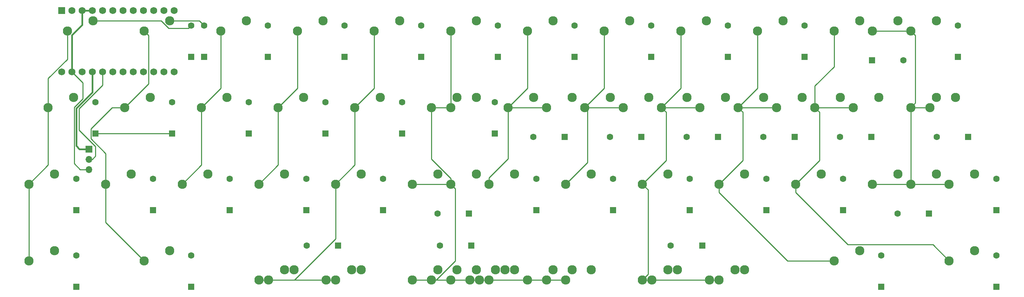
<source format=gbr>
%TF.GenerationSoftware,KiCad,Pcbnew,(7.0.0)*%
%TF.CreationDate,2023-09-12T13:05:00+02:00*%
%TF.ProjectId,Wakizashi,57616b69-7a61-4736-9869-2e6b69636164,rev?*%
%TF.SameCoordinates,Original*%
%TF.FileFunction,Copper,L1,Top*%
%TF.FilePolarity,Positive*%
%FSLAX46Y46*%
G04 Gerber Fmt 4.6, Leading zero omitted, Abs format (unit mm)*
G04 Created by KiCad (PCBNEW (7.0.0)) date 2023-09-12 13:05:00*
%MOMM*%
%LPD*%
G01*
G04 APERTURE LIST*
%TA.AperFunction,ComponentPad*%
%ADD10C,2.300000*%
%TD*%
%TA.AperFunction,ComponentPad*%
%ADD11R,1.600000X1.600000*%
%TD*%
%TA.AperFunction,ComponentPad*%
%ADD12C,1.600000*%
%TD*%
%TA.AperFunction,ComponentPad*%
%ADD13R,1.752600X1.752600*%
%TD*%
%TA.AperFunction,ComponentPad*%
%ADD14C,1.752600*%
%TD*%
%TA.AperFunction,ComponentPad*%
%ADD15R,1.700000X1.700000*%
%TD*%
%TA.AperFunction,ComponentPad*%
%ADD16O,1.700000X1.700000*%
%TD*%
%TA.AperFunction,Conductor*%
%ADD17C,0.250000*%
%TD*%
%TA.AperFunction,Conductor*%
%ADD18C,0.381000*%
%TD*%
G04 APERTURE END LIST*
D10*
%TO.P,MX1,1,1*%
%TO.N,COL0*%
X43815000Y-24447500D03*
%TO.P,MX1,2,2*%
%TO.N,Net-(D1-A)*%
X50165000Y-21907500D03*
%TD*%
%TO.P,MX35,1,1*%
%TO.N,COL10*%
X224790000Y-62547500D03*
%TO.P,MX35,2,2*%
%TO.N,Net-(D35-A)*%
X231140000Y-60007500D03*
%TD*%
D11*
%TO.P,D37,1,K*%
%TO.N,ROW3*%
X274637499Y-68987499D03*
D12*
%TO.P,D37,2,A*%
%TO.N,Net-(D37-A)*%
X274637500Y-61187500D03*
%TD*%
D10*
%TO.P,MX63,1,1*%
%TO.N,COL5*%
X139065000Y-86360000D03*
%TO.P,MX63,2,2*%
%TO.N,Net-(D41-A)*%
X145415000Y-83820000D03*
%TD*%
%TO.P,MX20,1,1*%
%TO.N,COL7*%
X181927500Y-43497500D03*
%TO.P,MX20,2,2*%
%TO.N,Net-(D20-A)*%
X188277500Y-40957500D03*
%TD*%
%TO.P,MX23,1,1*%
%TO.N,COL10*%
X239077500Y-43497500D03*
%TO.P,MX23,2,2*%
%TO.N,Net-(D23-A)*%
X245427500Y-40957500D03*
%TD*%
%TO.P,MX17,1,1*%
%TO.N,COL4*%
X115252500Y-43497500D03*
%TO.P,MX17,2,2*%
%TO.N,Net-(D17-A)*%
X121602500Y-40957500D03*
%TD*%
%TO.P,MX38,1,1*%
%TO.N,COL0*%
X34290000Y-81597500D03*
%TO.P,MX38,2,2*%
%TO.N,Net-(D38-A)*%
X40640000Y-79057500D03*
%TD*%
%TO.P,MX13,1,1*%
%TO.N,COL0*%
X39052500Y-43497500D03*
%TO.P,MX13,2,2*%
%TO.N,Net-(D13-A)*%
X45402500Y-40957500D03*
%TD*%
%TO.P,MX59,1,1*%
%TO.N,COL8*%
X189071250Y-86360000D03*
%TO.P,MX59,2,2*%
%TO.N,Net-(D42-A)*%
X195421250Y-83820000D03*
%TD*%
%TO.P,MX5,1,1*%
%TO.N,COL4*%
X120015000Y-24447500D03*
%TO.P,MX5,2,2*%
%TO.N,Net-(D5-A)*%
X126365000Y-21907500D03*
%TD*%
%TO.P,MX51,1,1*%
%TO.N,COL10*%
X229552500Y-43497500D03*
%TO.P,MX51,2,2*%
%TO.N,Net-(D23-A)*%
X235902500Y-40957500D03*
%TD*%
D11*
%TO.P,D1,1,K*%
%TO.N,ROW0*%
X74612499Y-30887499D03*
D12*
%TO.P,D1,2,A*%
%TO.N,Net-(D1-A)*%
X74612500Y-23087500D03*
%TD*%
D10*
%TO.P,MX60,1,1*%
%TO.N,COL8*%
X203358750Y-86360000D03*
%TO.P,MX60,2,2*%
%TO.N,Net-(D42-A)*%
X209708750Y-83820000D03*
%TD*%
%TO.P,MX68,1,1*%
%TO.N,COL5*%
X146208750Y-86360000D03*
%TO.P,MX68,2,2*%
%TO.N,Net-(D41-A)*%
X152558750Y-83820000D03*
%TD*%
%TO.P,MX43,1,1*%
%TO.N,COL9*%
X234315000Y-81597500D03*
%TO.P,MX43,2,2*%
%TO.N,Net-(D43-A)*%
X240665000Y-79057500D03*
%TD*%
%TO.P,MX52,1,1*%
%TO.N,COL11*%
X253365000Y-43497500D03*
%TO.P,MX52,2,2*%
%TO.N,Net-(D24-A)*%
X259715000Y-40957500D03*
%TD*%
D11*
%TO.P,D39,1,K*%
%TO.N,ROW3*%
X74612499Y-88037499D03*
D12*
%TO.P,D39,2,A*%
%TO.N,Net-(D39-A)*%
X74612500Y-80237500D03*
%TD*%
D10*
%TO.P,MX2,1,1*%
%TO.N,COL1*%
X62865000Y-24447500D03*
%TO.P,MX2,2,2*%
%TO.N,Net-(D2-A)*%
X69215000Y-21907500D03*
%TD*%
D11*
%TO.P,D44,1,K*%
%TO.N,ROW3*%
X274637499Y-88037499D03*
D12*
%TO.P,D44,2,A*%
%TO.N,Net-(D44-A)*%
X274637500Y-80237500D03*
%TD*%
D10*
%TO.P,MX30,1,1*%
%TO.N,COL5*%
X129540000Y-62547500D03*
%TO.P,MX30,2,2*%
%TO.N,Net-(D30-A)*%
X135890000Y-60007500D03*
%TD*%
D11*
%TO.P,D10,1,K*%
%TO.N,ROW0*%
X227012499Y-30887499D03*
D12*
%TO.P,D10,2,A*%
%TO.N,Net-(D10-A)*%
X227012500Y-23087500D03*
%TD*%
D10*
%TO.P,MX16,1,1*%
%TO.N,COL3*%
X96202500Y-43497500D03*
%TO.P,MX16,2,2*%
%TO.N,Net-(D16-A)*%
X102552500Y-40957500D03*
%TD*%
%TO.P,MX29,1,1*%
%TO.N,COL4*%
X110490000Y-62547500D03*
%TO.P,MX29,2,2*%
%TO.N,Net-(D29-A)*%
X116840000Y-60007500D03*
%TD*%
%TO.P,MX33,1,1*%
%TO.N,COL8*%
X186690000Y-62547500D03*
%TO.P,MX33,2,2*%
%TO.N,Net-(D33-A)*%
X193040000Y-60007500D03*
%TD*%
D11*
%TO.P,D2,1,K*%
%TO.N,ROW0*%
X77787499Y-30887499D03*
D12*
%TO.P,D2,2,A*%
%TO.N,Net-(D2-A)*%
X77787500Y-23087500D03*
%TD*%
D11*
%TO.P,D3,1,K*%
%TO.N,ROW0*%
X93662499Y-30887499D03*
D12*
%TO.P,D3,2,A*%
%TO.N,Net-(D3-A)*%
X93662500Y-23087500D03*
%TD*%
D11*
%TO.P,D27,1,K*%
%TO.N,ROW2*%
X84137499Y-68987499D03*
D12*
%TO.P,D27,2,A*%
%TO.N,Net-(D27-A)*%
X84137500Y-61187500D03*
%TD*%
D10*
%TO.P,MX10,1,1*%
%TO.N,COL9*%
X215265000Y-24447500D03*
%TO.P,MX10,2,2*%
%TO.N,Net-(D10-A)*%
X221615000Y-21907500D03*
%TD*%
%TO.P,MX26,1,1*%
%TO.N,COL1*%
X53340000Y-62547500D03*
%TO.P,MX26,2,2*%
%TO.N,Net-(D26-A)*%
X59690000Y-60007500D03*
%TD*%
D11*
%TO.P,D7,1,K*%
%TO.N,ROW0*%
X169862499Y-30887499D03*
D12*
%TO.P,D7,2,A*%
%TO.N,Net-(D7-A)*%
X169862500Y-23087500D03*
%TD*%
D10*
%TO.P,MX8,1,1*%
%TO.N,COL7*%
X177165000Y-24447500D03*
%TO.P,MX8,2,2*%
%TO.N,Net-(D8-A)*%
X183515000Y-21907500D03*
%TD*%
%TO.P,MX62,1,1*%
%TO.N,COL5*%
X129540000Y-86360000D03*
%TO.P,MX62,2,2*%
%TO.N,Net-(D41-A)*%
X135890000Y-83820000D03*
%TD*%
D11*
%TO.P,D16,1,K*%
%TO.N,ROW1*%
X107949999Y-49937499D03*
D12*
%TO.P,D16,2,A*%
%TO.N,Net-(D16-A)*%
X107950000Y-42137500D03*
%TD*%
D11*
%TO.P,D17,1,K*%
%TO.N,ROW1*%
X126999999Y-49937499D03*
D12*
%TO.P,D17,2,A*%
%TO.N,Net-(D17-A)*%
X127000000Y-42137500D03*
%TD*%
D11*
%TO.P,D19,1,K*%
%TO.N,ROW1*%
X167412499Y-50799999D03*
D12*
%TO.P,D19,2,A*%
%TO.N,Net-(D19-A)*%
X159612500Y-50800000D03*
%TD*%
D11*
%TO.P,D30,1,K*%
%TO.N,ROW2*%
X143599999Y-69849999D03*
D12*
%TO.P,D30,2,A*%
%TO.N,Net-(D30-A)*%
X135800000Y-69850000D03*
%TD*%
D11*
%TO.P,D40,1,K*%
%TO.N,ROW3*%
X111056249Y-77787499D03*
D12*
%TO.P,D40,2,A*%
%TO.N,Net-(D40-A)*%
X103256250Y-77787500D03*
%TD*%
D11*
%TO.P,D38,1,K*%
%TO.N,ROW3*%
X46037499Y-88037499D03*
D12*
%TO.P,D38,2,A*%
%TO.N,Net-(D38-A)*%
X46037500Y-80237500D03*
%TD*%
D10*
%TO.P,MX40,1,1*%
%TO.N,COL4*%
X91440000Y-86360000D03*
%TO.P,MX40,2,2*%
%TO.N,Net-(D40-A)*%
X97790000Y-83820000D03*
%TD*%
D11*
%TO.P,D14,1,K*%
%TO.N,ROW1*%
X69849999Y-49937499D03*
D12*
%TO.P,D14,2,A*%
%TO.N,Net-(D14-A)*%
X69850000Y-42137500D03*
%TD*%
D11*
%TO.P,D32,1,K*%
%TO.N,ROW2*%
X179387499Y-68987499D03*
D12*
%TO.P,D32,2,A*%
%TO.N,Net-(D32-A)*%
X179387500Y-61187500D03*
%TD*%
D11*
%TO.P,D24,1,K*%
%TO.N,ROW1*%
X267612499Y-50799999D03*
D12*
%TO.P,D24,2,A*%
%TO.N,Net-(D24-A)*%
X259812500Y-50800000D03*
%TD*%
D11*
%TO.P,D4,1,K*%
%TO.N,ROW0*%
X112712499Y-30887499D03*
D12*
%TO.P,D4,2,A*%
%TO.N,Net-(D4-A)*%
X112712500Y-23087500D03*
%TD*%
D10*
%TO.P,MX27,1,1*%
%TO.N,COL2*%
X72390000Y-62547500D03*
%TO.P,MX27,2,2*%
%TO.N,Net-(D27-A)*%
X78740000Y-60007500D03*
%TD*%
D11*
%TO.P,D20,1,K*%
%TO.N,ROW1*%
X186462499Y-50799999D03*
D12*
%TO.P,D20,2,A*%
%TO.N,Net-(D20-A)*%
X178662500Y-50800000D03*
%TD*%
D10*
%TO.P,MX22,1,1*%
%TO.N,COL9*%
X220027500Y-43497500D03*
%TO.P,MX22,2,2*%
%TO.N,Net-(D22-A)*%
X226377500Y-40957500D03*
%TD*%
D11*
%TO.P,D35,1,K*%
%TO.N,ROW2*%
X236537499Y-68987499D03*
D12*
%TO.P,D35,2,A*%
%TO.N,Net-(D35-A)*%
X236537500Y-61187500D03*
%TD*%
D11*
%TO.P,D23,1,K*%
%TO.N,ROW1*%
X243612499Y-50799999D03*
D12*
%TO.P,D23,2,A*%
%TO.N,Net-(D23-A)*%
X235812500Y-50800000D03*
%TD*%
D10*
%TO.P,MX56,1,1*%
%TO.N,COL4*%
X108108750Y-86360000D03*
%TO.P,MX56,2,2*%
%TO.N,Net-(D40-A)*%
X114458750Y-83820000D03*
%TD*%
D11*
%TO.P,D42,1,K*%
%TO.N,ROW3*%
X201543749Y-77787499D03*
D12*
%TO.P,D42,2,A*%
%TO.N,Net-(D42-A)*%
X193743750Y-77787500D03*
%TD*%
D11*
%TO.P,D33,1,K*%
%TO.N,ROW2*%
X198437499Y-68987499D03*
D12*
%TO.P,D33,2,A*%
%TO.N,Net-(D33-A)*%
X198437500Y-61187500D03*
%TD*%
D11*
%TO.P,D26,1,K*%
%TO.N,ROW2*%
X65087499Y-68987499D03*
D12*
%TO.P,D26,2,A*%
%TO.N,Net-(D26-A)*%
X65087500Y-61187500D03*
%TD*%
D10*
%TO.P,MX3,1,1*%
%TO.N,COL2*%
X81915000Y-24447500D03*
%TO.P,MX3,2,2*%
%TO.N,Net-(D3-A)*%
X88265000Y-21907500D03*
%TD*%
%TO.P,MX58,1,1*%
%TO.N,COL8*%
X205740000Y-86360000D03*
%TO.P,MX58,2,2*%
%TO.N,Net-(D42-A)*%
X212090000Y-83820000D03*
%TD*%
%TO.P,MX7,1,1*%
%TO.N,COL6*%
X158115000Y-24447500D03*
%TO.P,MX7,2,2*%
%TO.N,Net-(D7-A)*%
X164465000Y-21907500D03*
%TD*%
%TO.P,MX25,1,1*%
%TO.N,COL0*%
X34290000Y-62547500D03*
%TO.P,MX25,2,2*%
%TO.N,Net-(D25-A)*%
X40640000Y-60007500D03*
%TD*%
%TO.P,MX64,1,1*%
%TO.N,COL5*%
X167640000Y-86360000D03*
%TO.P,MX64,2,2*%
%TO.N,Net-(D41-A)*%
X173990000Y-83820000D03*
%TD*%
%TO.P,MX31,1,1*%
%TO.N,COL6*%
X148590000Y-62547500D03*
%TO.P,MX31,2,2*%
%TO.N,Net-(D31-A)*%
X154940000Y-60007500D03*
%TD*%
%TO.P,MX45,1,1*%
%TO.N,COL11*%
X243840000Y-24447500D03*
%TO.P,MX45,2,2*%
%TO.N,Net-(D12-A)*%
X250190000Y-21907500D03*
%TD*%
%TO.P,MX53,1,1*%
%TO.N,COL5*%
X139065000Y-62547500D03*
%TO.P,MX53,2,2*%
%TO.N,Net-(D30-A)*%
X145415000Y-60007500D03*
%TD*%
%TO.P,MX36,1,1*%
%TO.N,COL11*%
X243840000Y-62547500D03*
%TO.P,MX36,2,2*%
%TO.N,Net-(D36-A)*%
X250190000Y-60007500D03*
%TD*%
%TO.P,MX37,1,1*%
%TO.N,COL11*%
X262890000Y-62547500D03*
%TO.P,MX37,2,2*%
%TO.N,Net-(D37-A)*%
X269240000Y-60007500D03*
%TD*%
%TO.P,MX28,1,1*%
%TO.N,COL3*%
X91440000Y-62547500D03*
%TO.P,MX28,2,2*%
%TO.N,Net-(D28-A)*%
X97790000Y-60007500D03*
%TD*%
D11*
%TO.P,D12,1,K*%
%TO.N,ROW0*%
X265112499Y-30887499D03*
D12*
%TO.P,D12,2,A*%
%TO.N,Net-(D12-A)*%
X265112500Y-23087500D03*
%TD*%
D10*
%TO.P,MX57,1,1*%
%TO.N,COL4*%
X93821250Y-86360000D03*
%TO.P,MX57,2,2*%
%TO.N,Net-(D40-A)*%
X100171250Y-83820000D03*
%TD*%
D11*
%TO.P,D22,1,K*%
%TO.N,ROW1*%
X224562499Y-50799999D03*
D12*
%TO.P,D22,2,A*%
%TO.N,Net-(D22-A)*%
X216762500Y-50800000D03*
%TD*%
D11*
%TO.P,D18,1,K*%
%TO.N,ROW1*%
X150018749Y-49937499D03*
D12*
%TO.P,D18,2,A*%
%TO.N,Net-(D18-A)*%
X150018750Y-42137500D03*
%TD*%
D11*
%TO.P,D8,1,K*%
%TO.N,ROW0*%
X188912499Y-30887499D03*
D12*
%TO.P,D8,2,A*%
%TO.N,Net-(D8-A)*%
X188912500Y-23087500D03*
%TD*%
D11*
%TO.P,D43,1,K*%
%TO.N,ROW3*%
X246062499Y-88037499D03*
D12*
%TO.P,D43,2,A*%
%TO.N,Net-(D43-A)*%
X246062500Y-80237500D03*
%TD*%
D10*
%TO.P,MX42,1,1*%
%TO.N,COL8*%
X186690000Y-86360000D03*
%TO.P,MX42,2,2*%
%TO.N,Net-(D42-A)*%
X193040000Y-83820000D03*
%TD*%
D11*
%TO.P,D31,1,K*%
%TO.N,ROW2*%
X160337499Y-68987499D03*
D12*
%TO.P,D31,2,A*%
%TO.N,Net-(D31-A)*%
X160337500Y-61187500D03*
%TD*%
D10*
%TO.P,MX21,1,1*%
%TO.N,COL8*%
X200977500Y-43497500D03*
%TO.P,MX21,2,2*%
%TO.N,Net-(D21-A)*%
X207327500Y-40957500D03*
%TD*%
%TO.P,MX14,1,1*%
%TO.N,COL1*%
X58102500Y-43497500D03*
%TO.P,MX14,2,2*%
%TO.N,Net-(D14-A)*%
X64452500Y-40957500D03*
%TD*%
%TO.P,MX39,1,1*%
%TO.N,COL1*%
X62865000Y-81597500D03*
%TO.P,MX39,2,2*%
%TO.N,Net-(D39-A)*%
X69215000Y-79057500D03*
%TD*%
%TO.P,MX41,1,1*%
%TO.N,COL5*%
X148590000Y-86360000D03*
%TO.P,MX41,2,2*%
%TO.N,Net-(D41-A)*%
X154940000Y-83820000D03*
%TD*%
%TO.P,MX49,1,1*%
%TO.N,COL8*%
X191452500Y-43497500D03*
%TO.P,MX49,2,2*%
%TO.N,Net-(D21-A)*%
X197802500Y-40957500D03*
%TD*%
D11*
%TO.P,D28,1,K*%
%TO.N,ROW2*%
X103187499Y-68987499D03*
D12*
%TO.P,D28,2,A*%
%TO.N,Net-(D28-A)*%
X103187500Y-61187500D03*
%TD*%
D10*
%TO.P,MX12,1,1*%
%TO.N,COL11*%
X253365000Y-24447500D03*
%TO.P,MX12,2,2*%
%TO.N,Net-(D12-A)*%
X259715000Y-21907500D03*
%TD*%
D11*
%TO.P,D41,1,K*%
%TO.N,ROW3*%
X144206249Y-77787499D03*
D12*
%TO.P,D41,2,A*%
%TO.N,Net-(D41-A)*%
X136406250Y-77787500D03*
%TD*%
D10*
%TO.P,MX47,1,1*%
%TO.N,COL6*%
X153352500Y-43497500D03*
%TO.P,MX47,2,2*%
%TO.N,Net-(D19-A)*%
X159702500Y-40957500D03*
%TD*%
%TO.P,MX44,1,1*%
%TO.N,COL10*%
X262890000Y-81597500D03*
%TO.P,MX44,2,2*%
%TO.N,Net-(D44-A)*%
X269240000Y-79057500D03*
%TD*%
%TO.P,MX65,1,1*%
%TO.N,COL5*%
X143827500Y-86360000D03*
%TO.P,MX65,2,2*%
%TO.N,Net-(D41-A)*%
X150177500Y-83820000D03*
%TD*%
D11*
%TO.P,D34,1,K*%
%TO.N,ROW2*%
X217487499Y-68987499D03*
D12*
%TO.P,D34,2,A*%
%TO.N,Net-(D34-A)*%
X217487500Y-61187500D03*
%TD*%
D11*
%TO.P,D13,1,K*%
%TO.N,ROW1*%
X50799999Y-49937499D03*
D12*
%TO.P,D13,2,A*%
%TO.N,Net-(D13-A)*%
X50800000Y-42137500D03*
%TD*%
D11*
%TO.P,D29,1,K*%
%TO.N,ROW2*%
X122237499Y-68987499D03*
D12*
%TO.P,D29,2,A*%
%TO.N,Net-(D29-A)*%
X122237500Y-61187500D03*
%TD*%
D10*
%TO.P,MX50,1,1*%
%TO.N,COL9*%
X210502500Y-43497500D03*
%TO.P,MX50,2,2*%
%TO.N,Net-(D22-A)*%
X216852500Y-40957500D03*
%TD*%
%TO.P,MX18,1,1*%
%TO.N,COL5*%
X134302500Y-43497500D03*
%TO.P,MX18,2,2*%
%TO.N,Net-(D18-A)*%
X140652500Y-40957500D03*
%TD*%
%TO.P,MX46,1,1*%
%TO.N,COL5*%
X139065000Y-43497500D03*
%TO.P,MX46,2,2*%
%TO.N,Net-(D18-A)*%
X145415000Y-40957500D03*
%TD*%
%TO.P,MX48,1,1*%
%TO.N,COL7*%
X172402500Y-43497500D03*
%TO.P,MX48,2,2*%
%TO.N,Net-(D20-A)*%
X178752500Y-40957500D03*
%TD*%
%TO.P,MX61,1,1*%
%TO.N,COL5*%
X158115000Y-86360000D03*
%TO.P,MX61,2,2*%
%TO.N,Net-(D41-A)*%
X164465000Y-83820000D03*
%TD*%
%TO.P,MX19,1,1*%
%TO.N,COL6*%
X162877500Y-43497500D03*
%TO.P,MX19,2,2*%
%TO.N,Net-(D19-A)*%
X169227500Y-40957500D03*
%TD*%
%TO.P,MX67,1,1*%
%TO.N,COL5*%
X162877500Y-86360000D03*
%TO.P,MX67,2,2*%
%TO.N,Net-(D41-A)*%
X169227500Y-83820000D03*
%TD*%
D11*
%TO.P,D21,1,K*%
%TO.N,ROW1*%
X205512499Y-50799999D03*
D12*
%TO.P,D21,2,A*%
%TO.N,Net-(D21-A)*%
X197712500Y-50800000D03*
%TD*%
D11*
%TO.P,D15,1,K*%
%TO.N,ROW1*%
X88899999Y-49937499D03*
D12*
%TO.P,D15,2,A*%
%TO.N,Net-(D15-A)*%
X88900000Y-42137500D03*
%TD*%
D10*
%TO.P,MX4,1,1*%
%TO.N,COL3*%
X100965000Y-24447500D03*
%TO.P,MX4,2,2*%
%TO.N,Net-(D4-A)*%
X107315000Y-21907500D03*
%TD*%
D11*
%TO.P,D25,1,K*%
%TO.N,ROW2*%
X46037499Y-68987499D03*
D12*
%TO.P,D25,2,A*%
%TO.N,Net-(D25-A)*%
X46037500Y-61187500D03*
%TD*%
D11*
%TO.P,D36,1,K*%
%TO.N,ROW2*%
X257899999Y-69849999D03*
D12*
%TO.P,D36,2,A*%
%TO.N,Net-(D36-A)*%
X250100000Y-69850000D03*
%TD*%
D10*
%TO.P,MX15,1,1*%
%TO.N,COL2*%
X77152500Y-43497500D03*
%TO.P,MX15,2,2*%
%TO.N,Net-(D15-A)*%
X83502500Y-40957500D03*
%TD*%
%TO.P,MX66,1,1*%
%TO.N,COL5*%
X134302500Y-86360000D03*
%TO.P,MX66,2,2*%
%TO.N,Net-(D41-A)*%
X140652500Y-83820000D03*
%TD*%
%TO.P,MX24,1,1*%
%TO.N,COL11*%
X258127500Y-43497500D03*
%TO.P,MX24,2,2*%
%TO.N,Net-(D24-A)*%
X264477500Y-40957500D03*
%TD*%
%TO.P,MX9,1,1*%
%TO.N,COL8*%
X196215000Y-24447500D03*
%TO.P,MX9,2,2*%
%TO.N,Net-(D9-A)*%
X202565000Y-21907500D03*
%TD*%
%TO.P,MX54,1,1*%
%TO.N,COL11*%
X253365000Y-62547500D03*
%TO.P,MX54,2,2*%
%TO.N,Net-(D36-A)*%
X259715000Y-60007500D03*
%TD*%
%TO.P,MX55,1,1*%
%TO.N,COL4*%
X110490000Y-86360000D03*
%TO.P,MX55,2,2*%
%TO.N,Net-(D40-A)*%
X116840000Y-83820000D03*
%TD*%
D11*
%TO.P,D6,1,K*%
%TO.N,ROW0*%
X150812499Y-30887499D03*
D12*
%TO.P,D6,2,A*%
%TO.N,Net-(D6-A)*%
X150812500Y-23087500D03*
%TD*%
D11*
%TO.P,D5,1,K*%
%TO.N,ROW0*%
X131762499Y-30887499D03*
D12*
%TO.P,D5,2,A*%
%TO.N,Net-(D5-A)*%
X131762500Y-23087500D03*
%TD*%
D10*
%TO.P,MX6,1,1*%
%TO.N,COL5*%
X139065000Y-24447500D03*
%TO.P,MX6,2,2*%
%TO.N,Net-(D6-A)*%
X145415000Y-21907500D03*
%TD*%
%TO.P,MX34,1,1*%
%TO.N,COL9*%
X205740000Y-62547500D03*
%TO.P,MX34,2,2*%
%TO.N,Net-(D34-A)*%
X212090000Y-60007500D03*
%TD*%
D11*
%TO.P,D11,1,K*%
%TO.N,ROW0*%
X243749999Y-31749999D03*
D12*
%TO.P,D11,2,A*%
%TO.N,Net-(D11-A)*%
X251550000Y-31750000D03*
%TD*%
D10*
%TO.P,MX32,1,1*%
%TO.N,COL7*%
X167640000Y-62547500D03*
%TO.P,MX32,2,2*%
%TO.N,Net-(D32-A)*%
X173990000Y-60007500D03*
%TD*%
%TO.P,MX11,1,1*%
%TO.N,COL10*%
X234315000Y-24447500D03*
%TO.P,MX11,2,2*%
%TO.N,Net-(D11-A)*%
X240665000Y-21907500D03*
%TD*%
D11*
%TO.P,D9,1,K*%
%TO.N,ROW0*%
X207962499Y-30887499D03*
D12*
%TO.P,D9,2,A*%
%TO.N,Net-(D9-A)*%
X207962500Y-23087500D03*
%TD*%
D13*
%TO.P,U2,1,TX0/PD3*%
%TO.N,ROW3*%
X42386249Y-19367499D03*
D14*
%TO.P,U2,2,RX1/PD2*%
%TO.N,ROW2*%
X44926250Y-19367500D03*
%TO.P,U2,3,GND*%
%TO.N,GND*%
X47466250Y-19367500D03*
%TO.P,U2,4,GND*%
X50006250Y-19367500D03*
%TO.P,U2,5,2/PD1*%
%TO.N,ROW1*%
X52546250Y-19367500D03*
%TO.P,U2,6,3/PD0*%
%TO.N,COL0*%
X55086250Y-19367500D03*
%TO.P,U2,7,4/PD4*%
%TO.N,COL6*%
X57626250Y-19367500D03*
%TO.P,U2,8,5/PC6*%
%TO.N,COL1*%
X60166250Y-19367500D03*
%TO.P,U2,9,6/PD7*%
%TO.N,COL8*%
X62706250Y-19367500D03*
%TO.P,U2,10,7/PE6*%
%TO.N,COL10*%
X65246250Y-19367500D03*
%TO.P,U2,11,8/PB4*%
%TO.N,COL2*%
X67786250Y-19367500D03*
%TO.P,U2,12,9/PB5*%
%TO.N,ROW0*%
X70326250Y-19367500D03*
%TO.P,U2,13,10/PB6*%
%TO.N,COL11*%
X70326250Y-34607500D03*
%TO.P,U2,14,16/PB2*%
%TO.N,COL9*%
X67786250Y-34607500D03*
%TO.P,U2,15,14/PB3*%
%TO.N,COL7*%
X65246250Y-34607500D03*
%TO.P,U2,16,15/PB1*%
%TO.N,COL5*%
X62706250Y-34607500D03*
%TO.P,U2,17,A0/PF7*%
%TO.N,COL4*%
X60166250Y-34607500D03*
%TO.P,U2,18,A1/PF6*%
%TO.N,COL3*%
X57626250Y-34607500D03*
%TO.P,U2,19,A2/PF5*%
%TO.N,unconnected-(U2-A2{slash}PF5-Pad19)*%
X55086250Y-34607500D03*
%TO.P,U2,20,A3/PF4*%
%TO.N,RGB*%
X52546250Y-34607500D03*
%TO.P,U2,21,VCC*%
%TO.N,VCC*%
X50006250Y-34607500D03*
%TO.P,U2,22,RST*%
%TO.N,RST*%
X47466250Y-34607500D03*
%TO.P,U2,23,GND*%
%TO.N,GND*%
X44926250Y-34607500D03*
%TO.P,U2,24,RAW*%
%TO.N,RAW*%
X42386250Y-34607500D03*
%TD*%
D15*
%TO.P,J1,1,Pin_1*%
%TO.N,VCC*%
X49212499Y-53816249D03*
D16*
%TO.P,J1,2,Pin_2*%
%TO.N,RGB*%
X49212499Y-56356249D03*
%TO.P,J1,3,Pin_3*%
%TO.N,GND*%
X49212499Y-58896249D03*
%TD*%
D17*
%TO.N,Net-(D1-A)*%
X69034034Y-23812500D02*
X73887500Y-23812500D01*
X73887500Y-23812500D02*
X74612500Y-23087500D01*
X67129034Y-21907500D02*
X69034034Y-23812500D01*
X50165000Y-21907500D02*
X67129034Y-21907500D01*
%TO.N,Net-(D2-A)*%
X69215000Y-21907500D02*
X76607500Y-21907500D01*
X76607500Y-21907500D02*
X77787500Y-23087500D01*
%TO.N,ROW1*%
X50800000Y-49937500D02*
X69850000Y-49937500D01*
%TO.N,COL0*%
X39052500Y-43497500D02*
X39052500Y-57785000D01*
X39052500Y-57785000D02*
X34290000Y-62547500D01*
X43815000Y-31479855D02*
X39052500Y-36242355D01*
X39052500Y-36242355D02*
X39052500Y-43497500D01*
X34290000Y-62547500D02*
X34290000Y-81597500D01*
X43815000Y-24447500D02*
X43815000Y-31479855D01*
%TO.N,COL1*%
X53340000Y-62547500D02*
X53340000Y-54927500D01*
X54927500Y-43497500D02*
X58102500Y-43497500D01*
X53340000Y-54927500D02*
X49675000Y-51262500D01*
X53340000Y-72072500D02*
X62865000Y-81597500D01*
X49675000Y-48750000D02*
X54927500Y-43497500D01*
X49675000Y-51262500D02*
X49675000Y-48750000D01*
X64015000Y-37585000D02*
X58102500Y-43497500D01*
X64015000Y-25597500D02*
X64015000Y-37585000D01*
X62865000Y-24447500D02*
X64015000Y-25597500D01*
X53340000Y-62547500D02*
X53340000Y-72072500D01*
%TO.N,COL2*%
X77152500Y-57785000D02*
X72390000Y-62547500D01*
X81915000Y-38735000D02*
X77152500Y-43497500D01*
X77152500Y-43497500D02*
X77152500Y-57785000D01*
X81915000Y-24447500D02*
X81915000Y-38735000D01*
%TO.N,COL3*%
X100965000Y-38735000D02*
X96202500Y-43497500D01*
X96202500Y-43497500D02*
X96202500Y-57785000D01*
X100965000Y-24447500D02*
X100965000Y-38735000D01*
X96202500Y-57785000D02*
X91440000Y-62547500D01*
%TO.N,COL4*%
X100233750Y-86360000D02*
X91440000Y-86360000D01*
X115252500Y-43497500D02*
X115252500Y-57785000D01*
X120015000Y-24447500D02*
X120015000Y-38735000D01*
X115252500Y-57785000D02*
X110490000Y-62547500D01*
X110490000Y-76103750D02*
X100233750Y-86360000D01*
X110490000Y-62547500D02*
X110490000Y-76103750D01*
X120015000Y-38735000D02*
X115252500Y-43497500D01*
X110490000Y-86360000D02*
X91440000Y-86360000D01*
%TO.N,COL5*%
X139065000Y-43497500D02*
X134302500Y-43497500D01*
X135435966Y-86360000D02*
X134302500Y-86360000D01*
X134302500Y-43497500D02*
X134302500Y-56334034D01*
X139065000Y-24447500D02*
X139065000Y-43497500D01*
X140215000Y-63697500D02*
X140215000Y-81580966D01*
X129540000Y-86360000D02*
X167640000Y-86360000D01*
X140215000Y-81580966D02*
X135435966Y-86360000D01*
X139065000Y-61096534D02*
X139065000Y-62547500D01*
X134302500Y-56334034D02*
X139065000Y-61096534D01*
X139065000Y-62547500D02*
X140215000Y-63697500D01*
X139065000Y-62547500D02*
X129540000Y-62547500D01*
%TO.N,COL6*%
X153352500Y-43497500D02*
X162877500Y-43497500D01*
X153352500Y-56243203D02*
X148590000Y-61005703D01*
X148590000Y-61005703D02*
X148590000Y-62547500D01*
X158115000Y-24447500D02*
X158115000Y-38735000D01*
X158115000Y-38735000D02*
X153352500Y-43497500D01*
X153352500Y-43497500D02*
X153352500Y-56243203D01*
%TO.N,COL7*%
X177165000Y-24447500D02*
X177165000Y-38735000D01*
X173017500Y-57170000D02*
X167640000Y-62547500D01*
X173017500Y-44112500D02*
X173017500Y-57170000D01*
X177165000Y-38735000D02*
X172402500Y-43497500D01*
X172402500Y-43497500D02*
X173017500Y-44112500D01*
X172402500Y-43497500D02*
X181927500Y-43497500D01*
%TO.N,COL8*%
X186690000Y-86360000D02*
X205740000Y-86360000D01*
X196215000Y-24447500D02*
X196215000Y-38735000D01*
X191452500Y-43497500D02*
X200977500Y-43497500D01*
X186690000Y-62547500D02*
X188106400Y-63963900D01*
X191452500Y-43497500D02*
X192602500Y-44647500D01*
X188106400Y-84943600D02*
X186690000Y-86360000D01*
X192602500Y-56635000D02*
X186690000Y-62547500D01*
X188106400Y-63963900D02*
X188106400Y-84943600D01*
X196215000Y-38735000D02*
X191452500Y-43497500D01*
X192602500Y-44647500D02*
X192602500Y-56635000D01*
%TO.N,COL9*%
X205740000Y-62547500D02*
X205740000Y-64627631D01*
X211652500Y-44647500D02*
X211652500Y-56635000D01*
X205740000Y-64627631D02*
X222709869Y-81597500D01*
X215265000Y-24447500D02*
X215265000Y-38735000D01*
X210502500Y-43497500D02*
X220027500Y-43497500D01*
X215265000Y-38735000D02*
X210502500Y-43497500D01*
X210502500Y-43497500D02*
X211652500Y-44647500D01*
X211652500Y-56635000D02*
X205740000Y-62547500D01*
X222709869Y-81597500D02*
X234315000Y-81597500D01*
%TO.N,COL10*%
X234315000Y-24447500D02*
X234315000Y-33321119D01*
X258875000Y-77582500D02*
X262890000Y-81597500D01*
X234315000Y-33321119D02*
X229552500Y-38083619D01*
X237744869Y-77582500D02*
X258875000Y-77582500D01*
X230702500Y-44647500D02*
X230702500Y-56635000D01*
X229552500Y-43497500D02*
X230702500Y-44647500D01*
X230702500Y-56635000D02*
X224790000Y-62547500D01*
X224790000Y-62547500D02*
X224790000Y-64627631D01*
X229552500Y-43497500D02*
X239077500Y-43497500D01*
X229552500Y-38083619D02*
X229552500Y-43497500D01*
X224790000Y-64627631D02*
X237744869Y-77582500D01*
%TO.N,COL11*%
X254515000Y-42347500D02*
X253365000Y-43497500D01*
X243840000Y-24447500D02*
X253365000Y-24447500D01*
X243840000Y-62547500D02*
X262890000Y-62547500D01*
X253365000Y-43497500D02*
X258127500Y-43497500D01*
X253365000Y-24447500D02*
X254515000Y-25597500D01*
X254515000Y-25597500D02*
X254515000Y-42347500D01*
X253365000Y-43497500D02*
X253365000Y-62547500D01*
D18*
%TO.N,VCC*%
X46037500Y-53022500D02*
X46831250Y-53816250D01*
X50006250Y-34607500D02*
X50006250Y-39687500D01*
X46037500Y-43656250D02*
X46037500Y-53022500D01*
X50006250Y-39687500D02*
X46037500Y-43656250D01*
X46831250Y-53816250D02*
X49212500Y-53816250D01*
D17*
%TO.N,RGB*%
X50800000Y-55562500D02*
X50800000Y-53181250D01*
X46692500Y-49073750D02*
X46692500Y-43795000D01*
X50006250Y-56356250D02*
X50800000Y-55562500D01*
X49212500Y-56356250D02*
X50006250Y-56356250D01*
X50800000Y-53181250D02*
X46692500Y-49073750D01*
X52546250Y-37941250D02*
X52546250Y-34607500D01*
X46692500Y-43795000D02*
X52546250Y-37941250D01*
%TO.N,GND*%
X46990000Y-58896250D02*
X45522000Y-57428250D01*
X47625000Y-41339722D02*
X47625000Y-37306250D01*
X49212500Y-58896250D02*
X46990000Y-58896250D01*
D18*
X44926250Y-34607500D02*
X44926250Y-25514846D01*
X47466250Y-19367500D02*
X50006250Y-19367500D01*
D17*
X45522000Y-43442722D02*
X47625000Y-41339722D01*
D18*
X44926250Y-25514846D02*
X47466250Y-22974846D01*
D17*
X47625000Y-37306250D02*
X44926250Y-34607500D01*
D18*
X47466250Y-22974846D02*
X47466250Y-19367500D01*
D17*
X45522000Y-57428250D02*
X45522000Y-43442722D01*
%TD*%
M02*

</source>
